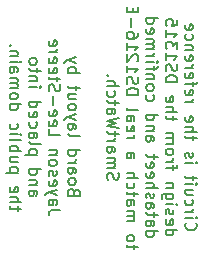
<source format=gbo>
%TF.GenerationSoftware,KiCad,Pcbnew,(5.1.9)-1*%
%TF.CreationDate,2021-02-22T17:40:15+08:00*%
%TF.ProjectId,SmartWatchRedux,536d6172-7457-4617-9463-685265647578,rev?*%
%TF.SameCoordinates,Original*%
%TF.FileFunction,Legend,Bot*%
%TF.FilePolarity,Positive*%
%FSLAX46Y46*%
G04 Gerber Fmt 4.6, Leading zero omitted, Abs format (unit mm)*
G04 Created by KiCad (PCBNEW (5.1.9)-1) date 2021-02-22 17:40:15*
%MOMM*%
%LPD*%
G01*
G04 APERTURE LIST*
%ADD10C,0.150000*%
G04 APERTURE END LIST*
D10*
X124542857Y-56355238D02*
X124495238Y-56402857D01*
X124447619Y-56545714D01*
X124447619Y-56640952D01*
X124495238Y-56783809D01*
X124590476Y-56879047D01*
X124685714Y-56926666D01*
X124876190Y-56974285D01*
X125019047Y-56974285D01*
X125209523Y-56926666D01*
X125304761Y-56879047D01*
X125400000Y-56783809D01*
X125447619Y-56640952D01*
X125447619Y-56545714D01*
X125400000Y-56402857D01*
X125352380Y-56355238D01*
X124447619Y-55926666D02*
X125114285Y-55926666D01*
X125447619Y-55926666D02*
X125400000Y-55974285D01*
X125352380Y-55926666D01*
X125400000Y-55879047D01*
X125447619Y-55926666D01*
X125352380Y-55926666D01*
X124447619Y-55450476D02*
X125114285Y-55450476D01*
X124923809Y-55450476D02*
X125019047Y-55402857D01*
X125066666Y-55355238D01*
X125114285Y-55260000D01*
X125114285Y-55164761D01*
X124495238Y-54402857D02*
X124447619Y-54498095D01*
X124447619Y-54688571D01*
X124495238Y-54783809D01*
X124542857Y-54831428D01*
X124638095Y-54879047D01*
X124923809Y-54879047D01*
X125019047Y-54831428D01*
X125066666Y-54783809D01*
X125114285Y-54688571D01*
X125114285Y-54498095D01*
X125066666Y-54402857D01*
X125114285Y-53545714D02*
X124447619Y-53545714D01*
X125114285Y-53974285D02*
X124590476Y-53974285D01*
X124495238Y-53926666D01*
X124447619Y-53831428D01*
X124447619Y-53688571D01*
X124495238Y-53593333D01*
X124542857Y-53545714D01*
X124447619Y-53069523D02*
X125114285Y-53069523D01*
X125447619Y-53069523D02*
X125400000Y-53117142D01*
X125352380Y-53069523D01*
X125400000Y-53021904D01*
X125447619Y-53069523D01*
X125352380Y-53069523D01*
X125114285Y-52736190D02*
X125114285Y-52355238D01*
X125447619Y-52593333D02*
X124590476Y-52593333D01*
X124495238Y-52545714D01*
X124447619Y-52450476D01*
X124447619Y-52355238D01*
X124447619Y-51260000D02*
X125114285Y-51260000D01*
X125447619Y-51260000D02*
X125400000Y-51307619D01*
X125352380Y-51260000D01*
X125400000Y-51212380D01*
X125447619Y-51260000D01*
X125352380Y-51260000D01*
X124495238Y-50831428D02*
X124447619Y-50736190D01*
X124447619Y-50545714D01*
X124495238Y-50450476D01*
X124590476Y-50402857D01*
X124638095Y-50402857D01*
X124733333Y-50450476D01*
X124780952Y-50545714D01*
X124780952Y-50688571D01*
X124828571Y-50783809D01*
X124923809Y-50831428D01*
X124971428Y-50831428D01*
X125066666Y-50783809D01*
X125114285Y-50688571D01*
X125114285Y-50545714D01*
X125066666Y-50450476D01*
X125114285Y-49355238D02*
X125114285Y-48974285D01*
X125447619Y-49212380D02*
X124590476Y-49212380D01*
X124495238Y-49164761D01*
X124447619Y-49069523D01*
X124447619Y-48974285D01*
X124447619Y-48640952D02*
X125447619Y-48640952D01*
X124447619Y-48212380D02*
X124971428Y-48212380D01*
X125066666Y-48260000D01*
X125114285Y-48355238D01*
X125114285Y-48498095D01*
X125066666Y-48593333D01*
X125019047Y-48640952D01*
X124495238Y-47355238D02*
X124447619Y-47450476D01*
X124447619Y-47640952D01*
X124495238Y-47736190D01*
X124590476Y-47783809D01*
X124971428Y-47783809D01*
X125066666Y-47736190D01*
X125114285Y-47640952D01*
X125114285Y-47450476D01*
X125066666Y-47355238D01*
X124971428Y-47307619D01*
X124876190Y-47307619D01*
X124780952Y-47783809D01*
X124447619Y-46117142D02*
X125114285Y-46117142D01*
X124923809Y-46117142D02*
X125019047Y-46069523D01*
X125066666Y-46021904D01*
X125114285Y-45926666D01*
X125114285Y-45831428D01*
X124495238Y-45117142D02*
X124447619Y-45212380D01*
X124447619Y-45402857D01*
X124495238Y-45498095D01*
X124590476Y-45545714D01*
X124971428Y-45545714D01*
X125066666Y-45498095D01*
X125114285Y-45402857D01*
X125114285Y-45212380D01*
X125066666Y-45117142D01*
X124971428Y-45069523D01*
X124876190Y-45069523D01*
X124780952Y-45545714D01*
X125114285Y-44783809D02*
X125114285Y-44402857D01*
X124447619Y-44640952D02*
X125304761Y-44640952D01*
X125400000Y-44593333D01*
X125447619Y-44498095D01*
X125447619Y-44402857D01*
X124495238Y-43688571D02*
X124447619Y-43783809D01*
X124447619Y-43974285D01*
X124495238Y-44069523D01*
X124590476Y-44117142D01*
X124971428Y-44117142D01*
X125066666Y-44069523D01*
X125114285Y-43974285D01*
X125114285Y-43783809D01*
X125066666Y-43688571D01*
X124971428Y-43640952D01*
X124876190Y-43640952D01*
X124780952Y-44117142D01*
X124447619Y-43212380D02*
X125114285Y-43212380D01*
X124923809Y-43212380D02*
X125019047Y-43164761D01*
X125066666Y-43117142D01*
X125114285Y-43021904D01*
X125114285Y-42926666D01*
X124495238Y-42212380D02*
X124447619Y-42307619D01*
X124447619Y-42498095D01*
X124495238Y-42593333D01*
X124590476Y-42640952D01*
X124971428Y-42640952D01*
X125066666Y-42593333D01*
X125114285Y-42498095D01*
X125114285Y-42307619D01*
X125066666Y-42212380D01*
X124971428Y-42164761D01*
X124876190Y-42164761D01*
X124780952Y-42640952D01*
X125114285Y-41736190D02*
X124447619Y-41736190D01*
X125019047Y-41736190D02*
X125066666Y-41688571D01*
X125114285Y-41593333D01*
X125114285Y-41450476D01*
X125066666Y-41355238D01*
X124971428Y-41307619D01*
X124447619Y-41307619D01*
X124495238Y-40402857D02*
X124447619Y-40498095D01*
X124447619Y-40688571D01*
X124495238Y-40783809D01*
X124542857Y-40831428D01*
X124638095Y-40879047D01*
X124923809Y-40879047D01*
X125019047Y-40831428D01*
X125066666Y-40783809D01*
X125114285Y-40688571D01*
X125114285Y-40498095D01*
X125066666Y-40402857D01*
X124495238Y-39593333D02*
X124447619Y-39688571D01*
X124447619Y-39879047D01*
X124495238Y-39974285D01*
X124590476Y-40021904D01*
X124971428Y-40021904D01*
X125066666Y-39974285D01*
X125114285Y-39879047D01*
X125114285Y-39688571D01*
X125066666Y-39593333D01*
X124971428Y-39545714D01*
X124876190Y-39545714D01*
X124780952Y-40021904D01*
X122797619Y-56926666D02*
X123797619Y-56926666D01*
X122845238Y-56926666D02*
X122797619Y-57021904D01*
X122797619Y-57212380D01*
X122845238Y-57307619D01*
X122892857Y-57355238D01*
X122988095Y-57402857D01*
X123273809Y-57402857D01*
X123369047Y-57355238D01*
X123416666Y-57307619D01*
X123464285Y-57212380D01*
X123464285Y-57021904D01*
X123416666Y-56926666D01*
X122845238Y-56069523D02*
X122797619Y-56164761D01*
X122797619Y-56355238D01*
X122845238Y-56450476D01*
X122940476Y-56498095D01*
X123321428Y-56498095D01*
X123416666Y-56450476D01*
X123464285Y-56355238D01*
X123464285Y-56164761D01*
X123416666Y-56069523D01*
X123321428Y-56021904D01*
X123226190Y-56021904D01*
X123130952Y-56498095D01*
X122845238Y-55640952D02*
X122797619Y-55545714D01*
X122797619Y-55355238D01*
X122845238Y-55260000D01*
X122940476Y-55212380D01*
X122988095Y-55212380D01*
X123083333Y-55260000D01*
X123130952Y-55355238D01*
X123130952Y-55498095D01*
X123178571Y-55593333D01*
X123273809Y-55640952D01*
X123321428Y-55640952D01*
X123416666Y-55593333D01*
X123464285Y-55498095D01*
X123464285Y-55355238D01*
X123416666Y-55260000D01*
X122797619Y-54783809D02*
X123464285Y-54783809D01*
X123797619Y-54783809D02*
X123750000Y-54831428D01*
X123702380Y-54783809D01*
X123750000Y-54736190D01*
X123797619Y-54783809D01*
X123702380Y-54783809D01*
X123464285Y-53879047D02*
X122654761Y-53879047D01*
X122559523Y-53926666D01*
X122511904Y-53974285D01*
X122464285Y-54069523D01*
X122464285Y-54212380D01*
X122511904Y-54307619D01*
X122845238Y-53879047D02*
X122797619Y-53974285D01*
X122797619Y-54164761D01*
X122845238Y-54260000D01*
X122892857Y-54307619D01*
X122988095Y-54355238D01*
X123273809Y-54355238D01*
X123369047Y-54307619D01*
X123416666Y-54260000D01*
X123464285Y-54164761D01*
X123464285Y-53974285D01*
X123416666Y-53879047D01*
X123464285Y-53402857D02*
X122797619Y-53402857D01*
X123369047Y-53402857D02*
X123416666Y-53355238D01*
X123464285Y-53260000D01*
X123464285Y-53117142D01*
X123416666Y-53021904D01*
X123321428Y-52974285D01*
X122797619Y-52974285D01*
X123464285Y-51879047D02*
X123464285Y-51498095D01*
X122797619Y-51736190D02*
X123654761Y-51736190D01*
X123750000Y-51688571D01*
X123797619Y-51593333D01*
X123797619Y-51498095D01*
X122797619Y-51164761D02*
X123464285Y-51164761D01*
X123273809Y-51164761D02*
X123369047Y-51117142D01*
X123416666Y-51069523D01*
X123464285Y-50974285D01*
X123464285Y-50879047D01*
X122797619Y-50402857D02*
X122845238Y-50498095D01*
X122892857Y-50545714D01*
X122988095Y-50593333D01*
X123273809Y-50593333D01*
X123369047Y-50545714D01*
X123416666Y-50498095D01*
X123464285Y-50402857D01*
X123464285Y-50260000D01*
X123416666Y-50164761D01*
X123369047Y-50117142D01*
X123273809Y-50069523D01*
X122988095Y-50069523D01*
X122892857Y-50117142D01*
X122845238Y-50164761D01*
X122797619Y-50260000D01*
X122797619Y-50402857D01*
X122797619Y-49640952D02*
X123464285Y-49640952D01*
X123369047Y-49640952D02*
X123416666Y-49593333D01*
X123464285Y-49498095D01*
X123464285Y-49355238D01*
X123416666Y-49260000D01*
X123321428Y-49212380D01*
X122797619Y-49212380D01*
X123321428Y-49212380D02*
X123416666Y-49164761D01*
X123464285Y-49069523D01*
X123464285Y-48926666D01*
X123416666Y-48831428D01*
X123321428Y-48783809D01*
X122797619Y-48783809D01*
X123464285Y-47688571D02*
X123464285Y-47307619D01*
X123797619Y-47545714D02*
X122940476Y-47545714D01*
X122845238Y-47498095D01*
X122797619Y-47402857D01*
X122797619Y-47307619D01*
X122797619Y-46974285D02*
X123797619Y-46974285D01*
X122797619Y-46545714D02*
X123321428Y-46545714D01*
X123416666Y-46593333D01*
X123464285Y-46688571D01*
X123464285Y-46831428D01*
X123416666Y-46926666D01*
X123369047Y-46974285D01*
X122845238Y-45688571D02*
X122797619Y-45783809D01*
X122797619Y-45974285D01*
X122845238Y-46069523D01*
X122940476Y-46117142D01*
X123321428Y-46117142D01*
X123416666Y-46069523D01*
X123464285Y-45974285D01*
X123464285Y-45783809D01*
X123416666Y-45688571D01*
X123321428Y-45640952D01*
X123226190Y-45640952D01*
X123130952Y-46117142D01*
X122797619Y-44450476D02*
X123797619Y-44450476D01*
X123797619Y-44212380D01*
X123750000Y-44069523D01*
X123654761Y-43974285D01*
X123559523Y-43926666D01*
X123369047Y-43879047D01*
X123226190Y-43879047D01*
X123035714Y-43926666D01*
X122940476Y-43974285D01*
X122845238Y-44069523D01*
X122797619Y-44212380D01*
X122797619Y-44450476D01*
X122845238Y-43498095D02*
X122797619Y-43355238D01*
X122797619Y-43117142D01*
X122845238Y-43021904D01*
X122892857Y-42974285D01*
X122988095Y-42926666D01*
X123083333Y-42926666D01*
X123178571Y-42974285D01*
X123226190Y-43021904D01*
X123273809Y-43117142D01*
X123321428Y-43307619D01*
X123369047Y-43402857D01*
X123416666Y-43450476D01*
X123511904Y-43498095D01*
X123607142Y-43498095D01*
X123702380Y-43450476D01*
X123750000Y-43402857D01*
X123797619Y-43307619D01*
X123797619Y-43069523D01*
X123750000Y-42926666D01*
X122797619Y-41974285D02*
X122797619Y-42545714D01*
X122797619Y-42260000D02*
X123797619Y-42260000D01*
X123654761Y-42355238D01*
X123559523Y-42450476D01*
X123511904Y-42545714D01*
X123797619Y-41640952D02*
X123797619Y-41021904D01*
X123416666Y-41355238D01*
X123416666Y-41212380D01*
X123369047Y-41117142D01*
X123321428Y-41069523D01*
X123226190Y-41021904D01*
X122988095Y-41021904D01*
X122892857Y-41069523D01*
X122845238Y-41117142D01*
X122797619Y-41212380D01*
X122797619Y-41498095D01*
X122845238Y-41593333D01*
X122892857Y-41640952D01*
X122797619Y-40069523D02*
X122797619Y-40640952D01*
X122797619Y-40355238D02*
X123797619Y-40355238D01*
X123654761Y-40450476D01*
X123559523Y-40545714D01*
X123511904Y-40640952D01*
X123797619Y-39164761D02*
X123797619Y-39640952D01*
X123321428Y-39688571D01*
X123369047Y-39640952D01*
X123416666Y-39545714D01*
X123416666Y-39307619D01*
X123369047Y-39212380D01*
X123321428Y-39164761D01*
X123226190Y-39117142D01*
X122988095Y-39117142D01*
X122892857Y-39164761D01*
X122845238Y-39212380D01*
X122797619Y-39307619D01*
X122797619Y-39545714D01*
X122845238Y-39640952D01*
X122892857Y-39688571D01*
X121147619Y-57069523D02*
X122147619Y-57069523D01*
X121195238Y-57069523D02*
X121147619Y-57164761D01*
X121147619Y-57355238D01*
X121195238Y-57450476D01*
X121242857Y-57498095D01*
X121338095Y-57545714D01*
X121623809Y-57545714D01*
X121719047Y-57498095D01*
X121766666Y-57450476D01*
X121814285Y-57355238D01*
X121814285Y-57164761D01*
X121766666Y-57069523D01*
X121147619Y-56164761D02*
X121671428Y-56164761D01*
X121766666Y-56212380D01*
X121814285Y-56307619D01*
X121814285Y-56498095D01*
X121766666Y-56593333D01*
X121195238Y-56164761D02*
X121147619Y-56260000D01*
X121147619Y-56498095D01*
X121195238Y-56593333D01*
X121290476Y-56640952D01*
X121385714Y-56640952D01*
X121480952Y-56593333D01*
X121528571Y-56498095D01*
X121528571Y-56260000D01*
X121576190Y-56164761D01*
X121814285Y-55831428D02*
X121814285Y-55450476D01*
X122147619Y-55688571D02*
X121290476Y-55688571D01*
X121195238Y-55640952D01*
X121147619Y-55545714D01*
X121147619Y-55450476D01*
X121147619Y-54688571D02*
X121671428Y-54688571D01*
X121766666Y-54736190D01*
X121814285Y-54831428D01*
X121814285Y-55021904D01*
X121766666Y-55117142D01*
X121195238Y-54688571D02*
X121147619Y-54783809D01*
X121147619Y-55021904D01*
X121195238Y-55117142D01*
X121290476Y-55164761D01*
X121385714Y-55164761D01*
X121480952Y-55117142D01*
X121528571Y-55021904D01*
X121528571Y-54783809D01*
X121576190Y-54688571D01*
X121195238Y-54260000D02*
X121147619Y-54164761D01*
X121147619Y-53974285D01*
X121195238Y-53879047D01*
X121290476Y-53831428D01*
X121338095Y-53831428D01*
X121433333Y-53879047D01*
X121480952Y-53974285D01*
X121480952Y-54117142D01*
X121528571Y-54212380D01*
X121623809Y-54260000D01*
X121671428Y-54260000D01*
X121766666Y-54212380D01*
X121814285Y-54117142D01*
X121814285Y-53974285D01*
X121766666Y-53879047D01*
X121147619Y-53402857D02*
X122147619Y-53402857D01*
X121147619Y-52974285D02*
X121671428Y-52974285D01*
X121766666Y-53021904D01*
X121814285Y-53117142D01*
X121814285Y-53260000D01*
X121766666Y-53355238D01*
X121719047Y-53402857D01*
X121195238Y-52117142D02*
X121147619Y-52212380D01*
X121147619Y-52402857D01*
X121195238Y-52498095D01*
X121290476Y-52545714D01*
X121671428Y-52545714D01*
X121766666Y-52498095D01*
X121814285Y-52402857D01*
X121814285Y-52212380D01*
X121766666Y-52117142D01*
X121671428Y-52069523D01*
X121576190Y-52069523D01*
X121480952Y-52545714D01*
X121195238Y-51260000D02*
X121147619Y-51355238D01*
X121147619Y-51545714D01*
X121195238Y-51640952D01*
X121290476Y-51688571D01*
X121671428Y-51688571D01*
X121766666Y-51640952D01*
X121814285Y-51545714D01*
X121814285Y-51355238D01*
X121766666Y-51260000D01*
X121671428Y-51212380D01*
X121576190Y-51212380D01*
X121480952Y-51688571D01*
X121814285Y-50926666D02*
X121814285Y-50545714D01*
X122147619Y-50783809D02*
X121290476Y-50783809D01*
X121195238Y-50736190D01*
X121147619Y-50640952D01*
X121147619Y-50545714D01*
X121147619Y-49021904D02*
X121671428Y-49021904D01*
X121766666Y-49069523D01*
X121814285Y-49164761D01*
X121814285Y-49355238D01*
X121766666Y-49450476D01*
X121195238Y-49021904D02*
X121147619Y-49117142D01*
X121147619Y-49355238D01*
X121195238Y-49450476D01*
X121290476Y-49498095D01*
X121385714Y-49498095D01*
X121480952Y-49450476D01*
X121528571Y-49355238D01*
X121528571Y-49117142D01*
X121576190Y-49021904D01*
X121814285Y-48545714D02*
X121147619Y-48545714D01*
X121719047Y-48545714D02*
X121766666Y-48498095D01*
X121814285Y-48402857D01*
X121814285Y-48260000D01*
X121766666Y-48164761D01*
X121671428Y-48117142D01*
X121147619Y-48117142D01*
X121147619Y-47212380D02*
X122147619Y-47212380D01*
X121195238Y-47212380D02*
X121147619Y-47307619D01*
X121147619Y-47498095D01*
X121195238Y-47593333D01*
X121242857Y-47640952D01*
X121338095Y-47688571D01*
X121623809Y-47688571D01*
X121719047Y-47640952D01*
X121766666Y-47593333D01*
X121814285Y-47498095D01*
X121814285Y-47307619D01*
X121766666Y-47212380D01*
X121195238Y-45545714D02*
X121147619Y-45640952D01*
X121147619Y-45831428D01*
X121195238Y-45926666D01*
X121242857Y-45974285D01*
X121338095Y-46021904D01*
X121623809Y-46021904D01*
X121719047Y-45974285D01*
X121766666Y-45926666D01*
X121814285Y-45831428D01*
X121814285Y-45640952D01*
X121766666Y-45545714D01*
X121147619Y-44974285D02*
X121195238Y-45069523D01*
X121242857Y-45117142D01*
X121338095Y-45164761D01*
X121623809Y-45164761D01*
X121719047Y-45117142D01*
X121766666Y-45069523D01*
X121814285Y-44974285D01*
X121814285Y-44831428D01*
X121766666Y-44736190D01*
X121719047Y-44688571D01*
X121623809Y-44640952D01*
X121338095Y-44640952D01*
X121242857Y-44688571D01*
X121195238Y-44736190D01*
X121147619Y-44831428D01*
X121147619Y-44974285D01*
X121814285Y-44212380D02*
X121147619Y-44212380D01*
X121719047Y-44212380D02*
X121766666Y-44164761D01*
X121814285Y-44069523D01*
X121814285Y-43926666D01*
X121766666Y-43831428D01*
X121671428Y-43783809D01*
X121147619Y-43783809D01*
X121814285Y-43450476D02*
X121814285Y-43069523D01*
X121147619Y-43307619D02*
X122004761Y-43307619D01*
X122100000Y-43260000D01*
X122147619Y-43164761D01*
X122147619Y-43069523D01*
X121147619Y-42736190D02*
X121814285Y-42736190D01*
X122147619Y-42736190D02*
X122100000Y-42783809D01*
X122052380Y-42736190D01*
X122100000Y-42688571D01*
X122147619Y-42736190D01*
X122052380Y-42736190D01*
X121147619Y-42260000D02*
X121814285Y-42260000D01*
X121623809Y-42260000D02*
X121719047Y-42212380D01*
X121766666Y-42164761D01*
X121814285Y-42069523D01*
X121814285Y-41974285D01*
X121147619Y-41640952D02*
X121814285Y-41640952D01*
X121719047Y-41640952D02*
X121766666Y-41593333D01*
X121814285Y-41498095D01*
X121814285Y-41355238D01*
X121766666Y-41260000D01*
X121671428Y-41212380D01*
X121147619Y-41212380D01*
X121671428Y-41212380D02*
X121766666Y-41164761D01*
X121814285Y-41069523D01*
X121814285Y-40926666D01*
X121766666Y-40831428D01*
X121671428Y-40783809D01*
X121147619Y-40783809D01*
X121195238Y-39926666D02*
X121147619Y-40021904D01*
X121147619Y-40212380D01*
X121195238Y-40307619D01*
X121290476Y-40355238D01*
X121671428Y-40355238D01*
X121766666Y-40307619D01*
X121814285Y-40212380D01*
X121814285Y-40021904D01*
X121766666Y-39926666D01*
X121671428Y-39879047D01*
X121576190Y-39879047D01*
X121480952Y-40355238D01*
X121147619Y-39021904D02*
X122147619Y-39021904D01*
X121195238Y-39021904D02*
X121147619Y-39117142D01*
X121147619Y-39307619D01*
X121195238Y-39402857D01*
X121242857Y-39450476D01*
X121338095Y-39498095D01*
X121623809Y-39498095D01*
X121719047Y-39450476D01*
X121766666Y-39402857D01*
X121814285Y-39307619D01*
X121814285Y-39117142D01*
X121766666Y-39021904D01*
X120164285Y-58569523D02*
X120164285Y-58188571D01*
X120497619Y-58426666D02*
X119640476Y-58426666D01*
X119545238Y-58379047D01*
X119497619Y-58283809D01*
X119497619Y-58188571D01*
X119497619Y-57712380D02*
X119545238Y-57807619D01*
X119592857Y-57855238D01*
X119688095Y-57902857D01*
X119973809Y-57902857D01*
X120069047Y-57855238D01*
X120116666Y-57807619D01*
X120164285Y-57712380D01*
X120164285Y-57569523D01*
X120116666Y-57474285D01*
X120069047Y-57426666D01*
X119973809Y-57379047D01*
X119688095Y-57379047D01*
X119592857Y-57426666D01*
X119545238Y-57474285D01*
X119497619Y-57569523D01*
X119497619Y-57712380D01*
X119497619Y-56188571D02*
X120164285Y-56188571D01*
X120069047Y-56188571D02*
X120116666Y-56140952D01*
X120164285Y-56045714D01*
X120164285Y-55902857D01*
X120116666Y-55807619D01*
X120021428Y-55760000D01*
X119497619Y-55760000D01*
X120021428Y-55760000D02*
X120116666Y-55712380D01*
X120164285Y-55617142D01*
X120164285Y-55474285D01*
X120116666Y-55379047D01*
X120021428Y-55331428D01*
X119497619Y-55331428D01*
X119497619Y-54426666D02*
X120021428Y-54426666D01*
X120116666Y-54474285D01*
X120164285Y-54569523D01*
X120164285Y-54760000D01*
X120116666Y-54855238D01*
X119545238Y-54426666D02*
X119497619Y-54521904D01*
X119497619Y-54760000D01*
X119545238Y-54855238D01*
X119640476Y-54902857D01*
X119735714Y-54902857D01*
X119830952Y-54855238D01*
X119878571Y-54760000D01*
X119878571Y-54521904D01*
X119926190Y-54426666D01*
X120164285Y-54093333D02*
X120164285Y-53712380D01*
X120497619Y-53950476D02*
X119640476Y-53950476D01*
X119545238Y-53902857D01*
X119497619Y-53807619D01*
X119497619Y-53712380D01*
X119545238Y-52950476D02*
X119497619Y-53045714D01*
X119497619Y-53236190D01*
X119545238Y-53331428D01*
X119592857Y-53379047D01*
X119688095Y-53426666D01*
X119973809Y-53426666D01*
X120069047Y-53379047D01*
X120116666Y-53331428D01*
X120164285Y-53236190D01*
X120164285Y-53045714D01*
X120116666Y-52950476D01*
X119497619Y-52521904D02*
X120497619Y-52521904D01*
X119497619Y-52093333D02*
X120021428Y-52093333D01*
X120116666Y-52140952D01*
X120164285Y-52236190D01*
X120164285Y-52379047D01*
X120116666Y-52474285D01*
X120069047Y-52521904D01*
X119497619Y-50426666D02*
X120021428Y-50426666D01*
X120116666Y-50474285D01*
X120164285Y-50569523D01*
X120164285Y-50760000D01*
X120116666Y-50855238D01*
X119545238Y-50426666D02*
X119497619Y-50521904D01*
X119497619Y-50760000D01*
X119545238Y-50855238D01*
X119640476Y-50902857D01*
X119735714Y-50902857D01*
X119830952Y-50855238D01*
X119878571Y-50760000D01*
X119878571Y-50521904D01*
X119926190Y-50426666D01*
X119497619Y-49188571D02*
X120164285Y-49188571D01*
X119973809Y-49188571D02*
X120069047Y-49140952D01*
X120116666Y-49093333D01*
X120164285Y-48998095D01*
X120164285Y-48902857D01*
X119545238Y-48188571D02*
X119497619Y-48283809D01*
X119497619Y-48474285D01*
X119545238Y-48569523D01*
X119640476Y-48617142D01*
X120021428Y-48617142D01*
X120116666Y-48569523D01*
X120164285Y-48474285D01*
X120164285Y-48283809D01*
X120116666Y-48188571D01*
X120021428Y-48140952D01*
X119926190Y-48140952D01*
X119830952Y-48617142D01*
X119497619Y-47283809D02*
X120021428Y-47283809D01*
X120116666Y-47331428D01*
X120164285Y-47426666D01*
X120164285Y-47617142D01*
X120116666Y-47712380D01*
X119545238Y-47283809D02*
X119497619Y-47379047D01*
X119497619Y-47617142D01*
X119545238Y-47712380D01*
X119640476Y-47760000D01*
X119735714Y-47760000D01*
X119830952Y-47712380D01*
X119878571Y-47617142D01*
X119878571Y-47379047D01*
X119926190Y-47283809D01*
X119497619Y-46664761D02*
X119545238Y-46760000D01*
X119640476Y-46807619D01*
X120497619Y-46807619D01*
X119497619Y-45521904D02*
X120497619Y-45521904D01*
X120497619Y-45283809D01*
X120450000Y-45140952D01*
X120354761Y-45045714D01*
X120259523Y-44998095D01*
X120069047Y-44950476D01*
X119926190Y-44950476D01*
X119735714Y-44998095D01*
X119640476Y-45045714D01*
X119545238Y-45140952D01*
X119497619Y-45283809D01*
X119497619Y-45521904D01*
X119545238Y-44569523D02*
X119497619Y-44426666D01*
X119497619Y-44188571D01*
X119545238Y-44093333D01*
X119592857Y-44045714D01*
X119688095Y-43998095D01*
X119783333Y-43998095D01*
X119878571Y-44045714D01*
X119926190Y-44093333D01*
X119973809Y-44188571D01*
X120021428Y-44379047D01*
X120069047Y-44474285D01*
X120116666Y-44521904D01*
X120211904Y-44569523D01*
X120307142Y-44569523D01*
X120402380Y-44521904D01*
X120450000Y-44474285D01*
X120497619Y-44379047D01*
X120497619Y-44140952D01*
X120450000Y-43998095D01*
X119497619Y-43045714D02*
X119497619Y-43617142D01*
X119497619Y-43331428D02*
X120497619Y-43331428D01*
X120354761Y-43426666D01*
X120259523Y-43521904D01*
X120211904Y-43617142D01*
X120402380Y-42664761D02*
X120450000Y-42617142D01*
X120497619Y-42521904D01*
X120497619Y-42283809D01*
X120450000Y-42188571D01*
X120402380Y-42140952D01*
X120307142Y-42093333D01*
X120211904Y-42093333D01*
X120069047Y-42140952D01*
X119497619Y-42712380D01*
X119497619Y-42093333D01*
X119497619Y-41140952D02*
X119497619Y-41712380D01*
X119497619Y-41426666D02*
X120497619Y-41426666D01*
X120354761Y-41521904D01*
X120259523Y-41617142D01*
X120211904Y-41712380D01*
X120497619Y-40283809D02*
X120497619Y-40474285D01*
X120450000Y-40569523D01*
X120402380Y-40617142D01*
X120259523Y-40712380D01*
X120069047Y-40760000D01*
X119688095Y-40760000D01*
X119592857Y-40712380D01*
X119545238Y-40664761D01*
X119497619Y-40569523D01*
X119497619Y-40379047D01*
X119545238Y-40283809D01*
X119592857Y-40236190D01*
X119688095Y-40188571D01*
X119926190Y-40188571D01*
X120021428Y-40236190D01*
X120069047Y-40283809D01*
X120116666Y-40379047D01*
X120116666Y-40569523D01*
X120069047Y-40664761D01*
X120021428Y-40712380D01*
X119926190Y-40760000D01*
X119878571Y-39760000D02*
X119878571Y-38998095D01*
X120021428Y-38521904D02*
X120021428Y-38188571D01*
X119497619Y-38045714D02*
X119497619Y-38521904D01*
X120497619Y-38521904D01*
X120497619Y-38045714D01*
X117895238Y-52688571D02*
X117847619Y-52545714D01*
X117847619Y-52307619D01*
X117895238Y-52212380D01*
X117942857Y-52164761D01*
X118038095Y-52117142D01*
X118133333Y-52117142D01*
X118228571Y-52164761D01*
X118276190Y-52212380D01*
X118323809Y-52307619D01*
X118371428Y-52498095D01*
X118419047Y-52593333D01*
X118466666Y-52640952D01*
X118561904Y-52688571D01*
X118657142Y-52688571D01*
X118752380Y-52640952D01*
X118800000Y-52593333D01*
X118847619Y-52498095D01*
X118847619Y-52260000D01*
X118800000Y-52117142D01*
X117847619Y-51688571D02*
X118514285Y-51688571D01*
X118419047Y-51688571D02*
X118466666Y-51640952D01*
X118514285Y-51545714D01*
X118514285Y-51402857D01*
X118466666Y-51307619D01*
X118371428Y-51260000D01*
X117847619Y-51260000D01*
X118371428Y-51260000D02*
X118466666Y-51212380D01*
X118514285Y-51117142D01*
X118514285Y-50974285D01*
X118466666Y-50879047D01*
X118371428Y-50831428D01*
X117847619Y-50831428D01*
X117847619Y-49926666D02*
X118371428Y-49926666D01*
X118466666Y-49974285D01*
X118514285Y-50069523D01*
X118514285Y-50260000D01*
X118466666Y-50355238D01*
X117895238Y-49926666D02*
X117847619Y-50021904D01*
X117847619Y-50260000D01*
X117895238Y-50355238D01*
X117990476Y-50402857D01*
X118085714Y-50402857D01*
X118180952Y-50355238D01*
X118228571Y-50260000D01*
X118228571Y-50021904D01*
X118276190Y-49926666D01*
X117847619Y-49450476D02*
X118514285Y-49450476D01*
X118323809Y-49450476D02*
X118419047Y-49402857D01*
X118466666Y-49355238D01*
X118514285Y-49260000D01*
X118514285Y-49164761D01*
X118514285Y-48974285D02*
X118514285Y-48593333D01*
X118847619Y-48831428D02*
X117990476Y-48831428D01*
X117895238Y-48783809D01*
X117847619Y-48688571D01*
X117847619Y-48593333D01*
X118847619Y-48355238D02*
X117847619Y-48117142D01*
X118561904Y-47926666D01*
X117847619Y-47736190D01*
X118847619Y-47498095D01*
X117847619Y-46688571D02*
X118371428Y-46688571D01*
X118466666Y-46736190D01*
X118514285Y-46831428D01*
X118514285Y-47021904D01*
X118466666Y-47117142D01*
X117895238Y-46688571D02*
X117847619Y-46783809D01*
X117847619Y-47021904D01*
X117895238Y-47117142D01*
X117990476Y-47164761D01*
X118085714Y-47164761D01*
X118180952Y-47117142D01*
X118228571Y-47021904D01*
X118228571Y-46783809D01*
X118276190Y-46688571D01*
X118514285Y-46355238D02*
X118514285Y-45974285D01*
X118847619Y-46212380D02*
X117990476Y-46212380D01*
X117895238Y-46164761D01*
X117847619Y-46069523D01*
X117847619Y-45974285D01*
X117895238Y-45212380D02*
X117847619Y-45307619D01*
X117847619Y-45498095D01*
X117895238Y-45593333D01*
X117942857Y-45640952D01*
X118038095Y-45688571D01*
X118323809Y-45688571D01*
X118419047Y-45640952D01*
X118466666Y-45593333D01*
X118514285Y-45498095D01*
X118514285Y-45307619D01*
X118466666Y-45212380D01*
X117847619Y-44783809D02*
X118847619Y-44783809D01*
X117847619Y-44355238D02*
X118371428Y-44355238D01*
X118466666Y-44402857D01*
X118514285Y-44498095D01*
X118514285Y-44640952D01*
X118466666Y-44736190D01*
X118419047Y-44783809D01*
X117942857Y-43879047D02*
X117895238Y-43831428D01*
X117847619Y-43879047D01*
X117895238Y-43926666D01*
X117942857Y-43879047D01*
X117847619Y-43879047D01*
X115071428Y-53736190D02*
X115023809Y-53593333D01*
X114976190Y-53545714D01*
X114880952Y-53498095D01*
X114738095Y-53498095D01*
X114642857Y-53545714D01*
X114595238Y-53593333D01*
X114547619Y-53688571D01*
X114547619Y-54069523D01*
X115547619Y-54069523D01*
X115547619Y-53736190D01*
X115500000Y-53640952D01*
X115452380Y-53593333D01*
X115357142Y-53545714D01*
X115261904Y-53545714D01*
X115166666Y-53593333D01*
X115119047Y-53640952D01*
X115071428Y-53736190D01*
X115071428Y-54069523D01*
X114547619Y-52926666D02*
X114595238Y-53021904D01*
X114642857Y-53069523D01*
X114738095Y-53117142D01*
X115023809Y-53117142D01*
X115119047Y-53069523D01*
X115166666Y-53021904D01*
X115214285Y-52926666D01*
X115214285Y-52783809D01*
X115166666Y-52688571D01*
X115119047Y-52640952D01*
X115023809Y-52593333D01*
X114738095Y-52593333D01*
X114642857Y-52640952D01*
X114595238Y-52688571D01*
X114547619Y-52783809D01*
X114547619Y-52926666D01*
X114547619Y-51736190D02*
X115071428Y-51736190D01*
X115166666Y-51783809D01*
X115214285Y-51879047D01*
X115214285Y-52069523D01*
X115166666Y-52164761D01*
X114595238Y-51736190D02*
X114547619Y-51831428D01*
X114547619Y-52069523D01*
X114595238Y-52164761D01*
X114690476Y-52212380D01*
X114785714Y-52212380D01*
X114880952Y-52164761D01*
X114928571Y-52069523D01*
X114928571Y-51831428D01*
X114976190Y-51736190D01*
X114547619Y-51260000D02*
X115214285Y-51260000D01*
X115023809Y-51260000D02*
X115119047Y-51212380D01*
X115166666Y-51164761D01*
X115214285Y-51069523D01*
X115214285Y-50974285D01*
X114547619Y-50212380D02*
X115547619Y-50212380D01*
X114595238Y-50212380D02*
X114547619Y-50307619D01*
X114547619Y-50498095D01*
X114595238Y-50593333D01*
X114642857Y-50640952D01*
X114738095Y-50688571D01*
X115023809Y-50688571D01*
X115119047Y-50640952D01*
X115166666Y-50593333D01*
X115214285Y-50498095D01*
X115214285Y-50307619D01*
X115166666Y-50212380D01*
X114547619Y-48831428D02*
X114595238Y-48926666D01*
X114690476Y-48974285D01*
X115547619Y-48974285D01*
X114547619Y-48021904D02*
X115071428Y-48021904D01*
X115166666Y-48069523D01*
X115214285Y-48164761D01*
X115214285Y-48355238D01*
X115166666Y-48450476D01*
X114595238Y-48021904D02*
X114547619Y-48117142D01*
X114547619Y-48355238D01*
X114595238Y-48450476D01*
X114690476Y-48498095D01*
X114785714Y-48498095D01*
X114880952Y-48450476D01*
X114928571Y-48355238D01*
X114928571Y-48117142D01*
X114976190Y-48021904D01*
X115214285Y-47640952D02*
X114547619Y-47402857D01*
X115214285Y-47164761D02*
X114547619Y-47402857D01*
X114309523Y-47498095D01*
X114261904Y-47545714D01*
X114214285Y-47640952D01*
X114547619Y-46640952D02*
X114595238Y-46736190D01*
X114642857Y-46783809D01*
X114738095Y-46831428D01*
X115023809Y-46831428D01*
X115119047Y-46783809D01*
X115166666Y-46736190D01*
X115214285Y-46640952D01*
X115214285Y-46498095D01*
X115166666Y-46402857D01*
X115119047Y-46355238D01*
X115023809Y-46307619D01*
X114738095Y-46307619D01*
X114642857Y-46355238D01*
X114595238Y-46402857D01*
X114547619Y-46498095D01*
X114547619Y-46640952D01*
X115214285Y-45450476D02*
X114547619Y-45450476D01*
X115214285Y-45879047D02*
X114690476Y-45879047D01*
X114595238Y-45831428D01*
X114547619Y-45736190D01*
X114547619Y-45593333D01*
X114595238Y-45498095D01*
X114642857Y-45450476D01*
X115214285Y-45117142D02*
X115214285Y-44736190D01*
X115547619Y-44974285D02*
X114690476Y-44974285D01*
X114595238Y-44926666D01*
X114547619Y-44831428D01*
X114547619Y-44736190D01*
X114547619Y-43640952D02*
X115547619Y-43640952D01*
X115166666Y-43640952D02*
X115214285Y-43545714D01*
X115214285Y-43355238D01*
X115166666Y-43260000D01*
X115119047Y-43212380D01*
X115023809Y-43164761D01*
X114738095Y-43164761D01*
X114642857Y-43212380D01*
X114595238Y-43260000D01*
X114547619Y-43355238D01*
X114547619Y-43545714D01*
X114595238Y-43640952D01*
X115214285Y-42831428D02*
X114547619Y-42593333D01*
X115214285Y-42355238D02*
X114547619Y-42593333D01*
X114309523Y-42688571D01*
X114261904Y-42736190D01*
X114214285Y-42831428D01*
X113897619Y-55307619D02*
X113183333Y-55307619D01*
X113040476Y-55355238D01*
X112945238Y-55450476D01*
X112897619Y-55593333D01*
X112897619Y-55688571D01*
X112897619Y-54402857D02*
X113421428Y-54402857D01*
X113516666Y-54450476D01*
X113564285Y-54545714D01*
X113564285Y-54736190D01*
X113516666Y-54831428D01*
X112945238Y-54402857D02*
X112897619Y-54498095D01*
X112897619Y-54736190D01*
X112945238Y-54831428D01*
X113040476Y-54879047D01*
X113135714Y-54879047D01*
X113230952Y-54831428D01*
X113278571Y-54736190D01*
X113278571Y-54498095D01*
X113326190Y-54402857D01*
X113564285Y-54021904D02*
X112897619Y-53783809D01*
X113564285Y-53545714D02*
X112897619Y-53783809D01*
X112659523Y-53879047D01*
X112611904Y-53926666D01*
X112564285Y-54021904D01*
X112945238Y-52783809D02*
X112897619Y-52879047D01*
X112897619Y-53069523D01*
X112945238Y-53164761D01*
X113040476Y-53212380D01*
X113421428Y-53212380D01*
X113516666Y-53164761D01*
X113564285Y-53069523D01*
X113564285Y-52879047D01*
X113516666Y-52783809D01*
X113421428Y-52736190D01*
X113326190Y-52736190D01*
X113230952Y-53212380D01*
X112945238Y-52355238D02*
X112897619Y-52260000D01*
X112897619Y-52069523D01*
X112945238Y-51974285D01*
X113040476Y-51926666D01*
X113088095Y-51926666D01*
X113183333Y-51974285D01*
X113230952Y-52069523D01*
X113230952Y-52212380D01*
X113278571Y-52307619D01*
X113373809Y-52355238D01*
X113421428Y-52355238D01*
X113516666Y-52307619D01*
X113564285Y-52212380D01*
X113564285Y-52069523D01*
X113516666Y-51974285D01*
X112897619Y-51355238D02*
X112945238Y-51450476D01*
X112992857Y-51498095D01*
X113088095Y-51545714D01*
X113373809Y-51545714D01*
X113469047Y-51498095D01*
X113516666Y-51450476D01*
X113564285Y-51355238D01*
X113564285Y-51212380D01*
X113516666Y-51117142D01*
X113469047Y-51069523D01*
X113373809Y-51021904D01*
X113088095Y-51021904D01*
X112992857Y-51069523D01*
X112945238Y-51117142D01*
X112897619Y-51212380D01*
X112897619Y-51355238D01*
X113564285Y-50593333D02*
X112897619Y-50593333D01*
X113469047Y-50593333D02*
X113516666Y-50545714D01*
X113564285Y-50450476D01*
X113564285Y-50307619D01*
X113516666Y-50212380D01*
X113421428Y-50164761D01*
X112897619Y-50164761D01*
X112897619Y-48450476D02*
X112897619Y-48926666D01*
X113897619Y-48926666D01*
X112945238Y-47736190D02*
X112897619Y-47831428D01*
X112897619Y-48021904D01*
X112945238Y-48117142D01*
X113040476Y-48164761D01*
X113421428Y-48164761D01*
X113516666Y-48117142D01*
X113564285Y-48021904D01*
X113564285Y-47831428D01*
X113516666Y-47736190D01*
X113421428Y-47688571D01*
X113326190Y-47688571D01*
X113230952Y-48164761D01*
X112945238Y-46879047D02*
X112897619Y-46974285D01*
X112897619Y-47164761D01*
X112945238Y-47260000D01*
X113040476Y-47307619D01*
X113421428Y-47307619D01*
X113516666Y-47260000D01*
X113564285Y-47164761D01*
X113564285Y-46974285D01*
X113516666Y-46879047D01*
X113421428Y-46831428D01*
X113326190Y-46831428D01*
X113230952Y-47307619D01*
X113278571Y-46402857D02*
X113278571Y-45640952D01*
X112945238Y-45212380D02*
X112897619Y-45069523D01*
X112897619Y-44831428D01*
X112945238Y-44736190D01*
X112992857Y-44688571D01*
X113088095Y-44640952D01*
X113183333Y-44640952D01*
X113278571Y-44688571D01*
X113326190Y-44736190D01*
X113373809Y-44831428D01*
X113421428Y-45021904D01*
X113469047Y-45117142D01*
X113516666Y-45164761D01*
X113611904Y-45212380D01*
X113707142Y-45212380D01*
X113802380Y-45164761D01*
X113850000Y-45117142D01*
X113897619Y-45021904D01*
X113897619Y-44783809D01*
X113850000Y-44640952D01*
X113564285Y-44355238D02*
X113564285Y-43974285D01*
X113897619Y-44212380D02*
X113040476Y-44212380D01*
X112945238Y-44164761D01*
X112897619Y-44069523D01*
X112897619Y-43974285D01*
X112945238Y-43260000D02*
X112897619Y-43355238D01*
X112897619Y-43545714D01*
X112945238Y-43640952D01*
X113040476Y-43688571D01*
X113421428Y-43688571D01*
X113516666Y-43640952D01*
X113564285Y-43545714D01*
X113564285Y-43355238D01*
X113516666Y-43260000D01*
X113421428Y-43212380D01*
X113326190Y-43212380D01*
X113230952Y-43688571D01*
X112945238Y-42402857D02*
X112897619Y-42498095D01*
X112897619Y-42688571D01*
X112945238Y-42783809D01*
X113040476Y-42831428D01*
X113421428Y-42831428D01*
X113516666Y-42783809D01*
X113564285Y-42688571D01*
X113564285Y-42498095D01*
X113516666Y-42402857D01*
X113421428Y-42355238D01*
X113326190Y-42355238D01*
X113230952Y-42831428D01*
X112897619Y-41926666D02*
X113564285Y-41926666D01*
X113373809Y-41926666D02*
X113469047Y-41879047D01*
X113516666Y-41831428D01*
X113564285Y-41736190D01*
X113564285Y-41640952D01*
X112945238Y-40926666D02*
X112897619Y-41021904D01*
X112897619Y-41212380D01*
X112945238Y-41307619D01*
X113040476Y-41355238D01*
X113421428Y-41355238D01*
X113516666Y-41307619D01*
X113564285Y-41212380D01*
X113564285Y-41021904D01*
X113516666Y-40926666D01*
X113421428Y-40879047D01*
X113326190Y-40879047D01*
X113230952Y-41355238D01*
X111247619Y-53617142D02*
X111771428Y-53617142D01*
X111866666Y-53664761D01*
X111914285Y-53760000D01*
X111914285Y-53950476D01*
X111866666Y-54045714D01*
X111295238Y-53617142D02*
X111247619Y-53712380D01*
X111247619Y-53950476D01*
X111295238Y-54045714D01*
X111390476Y-54093333D01*
X111485714Y-54093333D01*
X111580952Y-54045714D01*
X111628571Y-53950476D01*
X111628571Y-53712380D01*
X111676190Y-53617142D01*
X111914285Y-53140952D02*
X111247619Y-53140952D01*
X111819047Y-53140952D02*
X111866666Y-53093333D01*
X111914285Y-52998095D01*
X111914285Y-52855238D01*
X111866666Y-52760000D01*
X111771428Y-52712380D01*
X111247619Y-52712380D01*
X111247619Y-51807619D02*
X112247619Y-51807619D01*
X111295238Y-51807619D02*
X111247619Y-51902857D01*
X111247619Y-52093333D01*
X111295238Y-52188571D01*
X111342857Y-52236190D01*
X111438095Y-52283809D01*
X111723809Y-52283809D01*
X111819047Y-52236190D01*
X111866666Y-52188571D01*
X111914285Y-52093333D01*
X111914285Y-51902857D01*
X111866666Y-51807619D01*
X111914285Y-50569523D02*
X110914285Y-50569523D01*
X111866666Y-50569523D02*
X111914285Y-50474285D01*
X111914285Y-50283809D01*
X111866666Y-50188571D01*
X111819047Y-50140952D01*
X111723809Y-50093333D01*
X111438095Y-50093333D01*
X111342857Y-50140952D01*
X111295238Y-50188571D01*
X111247619Y-50283809D01*
X111247619Y-50474285D01*
X111295238Y-50569523D01*
X111247619Y-49521904D02*
X111295238Y-49617142D01*
X111390476Y-49664761D01*
X112247619Y-49664761D01*
X111247619Y-48712380D02*
X111771428Y-48712380D01*
X111866666Y-48760000D01*
X111914285Y-48855238D01*
X111914285Y-49045714D01*
X111866666Y-49140952D01*
X111295238Y-48712380D02*
X111247619Y-48807619D01*
X111247619Y-49045714D01*
X111295238Y-49140952D01*
X111390476Y-49188571D01*
X111485714Y-49188571D01*
X111580952Y-49140952D01*
X111628571Y-49045714D01*
X111628571Y-48807619D01*
X111676190Y-48712380D01*
X111295238Y-47807619D02*
X111247619Y-47902857D01*
X111247619Y-48093333D01*
X111295238Y-48188571D01*
X111342857Y-48236190D01*
X111438095Y-48283809D01*
X111723809Y-48283809D01*
X111819047Y-48236190D01*
X111866666Y-48188571D01*
X111914285Y-48093333D01*
X111914285Y-47902857D01*
X111866666Y-47807619D01*
X111295238Y-46998095D02*
X111247619Y-47093333D01*
X111247619Y-47283809D01*
X111295238Y-47379047D01*
X111390476Y-47426666D01*
X111771428Y-47426666D01*
X111866666Y-47379047D01*
X111914285Y-47283809D01*
X111914285Y-47093333D01*
X111866666Y-46998095D01*
X111771428Y-46950476D01*
X111676190Y-46950476D01*
X111580952Y-47426666D01*
X111247619Y-46093333D02*
X112247619Y-46093333D01*
X111295238Y-46093333D02*
X111247619Y-46188571D01*
X111247619Y-46379047D01*
X111295238Y-46474285D01*
X111342857Y-46521904D01*
X111438095Y-46569523D01*
X111723809Y-46569523D01*
X111819047Y-46521904D01*
X111866666Y-46474285D01*
X111914285Y-46379047D01*
X111914285Y-46188571D01*
X111866666Y-46093333D01*
X111247619Y-44855238D02*
X111914285Y-44855238D01*
X112247619Y-44855238D02*
X112200000Y-44902857D01*
X112152380Y-44855238D01*
X112200000Y-44807619D01*
X112247619Y-44855238D01*
X112152380Y-44855238D01*
X111914285Y-44379047D02*
X111247619Y-44379047D01*
X111819047Y-44379047D02*
X111866666Y-44331428D01*
X111914285Y-44236190D01*
X111914285Y-44093333D01*
X111866666Y-43998095D01*
X111771428Y-43950476D01*
X111247619Y-43950476D01*
X111914285Y-43617142D02*
X111914285Y-43236190D01*
X112247619Y-43474285D02*
X111390476Y-43474285D01*
X111295238Y-43426666D01*
X111247619Y-43331428D01*
X111247619Y-43236190D01*
X111247619Y-42760000D02*
X111295238Y-42855238D01*
X111342857Y-42902857D01*
X111438095Y-42950476D01*
X111723809Y-42950476D01*
X111819047Y-42902857D01*
X111866666Y-42855238D01*
X111914285Y-42760000D01*
X111914285Y-42617142D01*
X111866666Y-42521904D01*
X111819047Y-42474285D01*
X111723809Y-42426666D01*
X111438095Y-42426666D01*
X111342857Y-42474285D01*
X111295238Y-42521904D01*
X111247619Y-42617142D01*
X111247619Y-42760000D01*
X110264285Y-55331428D02*
X110264285Y-54950476D01*
X110597619Y-55188571D02*
X109740476Y-55188571D01*
X109645238Y-55140952D01*
X109597619Y-55045714D01*
X109597619Y-54950476D01*
X109597619Y-54617142D02*
X110597619Y-54617142D01*
X109597619Y-54188571D02*
X110121428Y-54188571D01*
X110216666Y-54236190D01*
X110264285Y-54331428D01*
X110264285Y-54474285D01*
X110216666Y-54569523D01*
X110169047Y-54617142D01*
X109645238Y-53331428D02*
X109597619Y-53426666D01*
X109597619Y-53617142D01*
X109645238Y-53712380D01*
X109740476Y-53760000D01*
X110121428Y-53760000D01*
X110216666Y-53712380D01*
X110264285Y-53617142D01*
X110264285Y-53426666D01*
X110216666Y-53331428D01*
X110121428Y-53283809D01*
X110026190Y-53283809D01*
X109930952Y-53760000D01*
X110264285Y-52093333D02*
X109264285Y-52093333D01*
X110216666Y-52093333D02*
X110264285Y-51998095D01*
X110264285Y-51807619D01*
X110216666Y-51712380D01*
X110169047Y-51664761D01*
X110073809Y-51617142D01*
X109788095Y-51617142D01*
X109692857Y-51664761D01*
X109645238Y-51712380D01*
X109597619Y-51807619D01*
X109597619Y-51998095D01*
X109645238Y-52093333D01*
X110264285Y-50760000D02*
X109597619Y-50760000D01*
X110264285Y-51188571D02*
X109740476Y-51188571D01*
X109645238Y-51140952D01*
X109597619Y-51045714D01*
X109597619Y-50902857D01*
X109645238Y-50807619D01*
X109692857Y-50760000D01*
X109597619Y-50283809D02*
X110597619Y-50283809D01*
X110216666Y-50283809D02*
X110264285Y-50188571D01*
X110264285Y-49998095D01*
X110216666Y-49902857D01*
X110169047Y-49855238D01*
X110073809Y-49807619D01*
X109788095Y-49807619D01*
X109692857Y-49855238D01*
X109645238Y-49902857D01*
X109597619Y-49998095D01*
X109597619Y-50188571D01*
X109645238Y-50283809D01*
X109597619Y-49236190D02*
X109645238Y-49331428D01*
X109740476Y-49379047D01*
X110597619Y-49379047D01*
X109597619Y-48855238D02*
X110264285Y-48855238D01*
X110597619Y-48855238D02*
X110550000Y-48902857D01*
X110502380Y-48855238D01*
X110550000Y-48807619D01*
X110597619Y-48855238D01*
X110502380Y-48855238D01*
X109645238Y-47950476D02*
X109597619Y-48045714D01*
X109597619Y-48236190D01*
X109645238Y-48331428D01*
X109692857Y-48379047D01*
X109788095Y-48426666D01*
X110073809Y-48426666D01*
X110169047Y-48379047D01*
X110216666Y-48331428D01*
X110264285Y-48236190D01*
X110264285Y-48045714D01*
X110216666Y-47950476D01*
X109597619Y-46331428D02*
X110597619Y-46331428D01*
X109645238Y-46331428D02*
X109597619Y-46426666D01*
X109597619Y-46617142D01*
X109645238Y-46712380D01*
X109692857Y-46760000D01*
X109788095Y-46807619D01*
X110073809Y-46807619D01*
X110169047Y-46760000D01*
X110216666Y-46712380D01*
X110264285Y-46617142D01*
X110264285Y-46426666D01*
X110216666Y-46331428D01*
X109597619Y-45712380D02*
X109645238Y-45807619D01*
X109692857Y-45855238D01*
X109788095Y-45902857D01*
X110073809Y-45902857D01*
X110169047Y-45855238D01*
X110216666Y-45807619D01*
X110264285Y-45712380D01*
X110264285Y-45569523D01*
X110216666Y-45474285D01*
X110169047Y-45426666D01*
X110073809Y-45379047D01*
X109788095Y-45379047D01*
X109692857Y-45426666D01*
X109645238Y-45474285D01*
X109597619Y-45569523D01*
X109597619Y-45712380D01*
X109597619Y-44950476D02*
X110264285Y-44950476D01*
X110169047Y-44950476D02*
X110216666Y-44902857D01*
X110264285Y-44807619D01*
X110264285Y-44664761D01*
X110216666Y-44569523D01*
X110121428Y-44521904D01*
X109597619Y-44521904D01*
X110121428Y-44521904D02*
X110216666Y-44474285D01*
X110264285Y-44379047D01*
X110264285Y-44236190D01*
X110216666Y-44140952D01*
X110121428Y-44093333D01*
X109597619Y-44093333D01*
X109597619Y-43188571D02*
X110121428Y-43188571D01*
X110216666Y-43236190D01*
X110264285Y-43331428D01*
X110264285Y-43521904D01*
X110216666Y-43617142D01*
X109645238Y-43188571D02*
X109597619Y-43283809D01*
X109597619Y-43521904D01*
X109645238Y-43617142D01*
X109740476Y-43664761D01*
X109835714Y-43664761D01*
X109930952Y-43617142D01*
X109978571Y-43521904D01*
X109978571Y-43283809D01*
X110026190Y-43188571D01*
X109597619Y-42712380D02*
X110264285Y-42712380D01*
X110597619Y-42712380D02*
X110550000Y-42760000D01*
X110502380Y-42712380D01*
X110550000Y-42664761D01*
X110597619Y-42712380D01*
X110502380Y-42712380D01*
X110264285Y-42236190D02*
X109597619Y-42236190D01*
X110169047Y-42236190D02*
X110216666Y-42188571D01*
X110264285Y-42093333D01*
X110264285Y-41950476D01*
X110216666Y-41855238D01*
X110121428Y-41807619D01*
X109597619Y-41807619D01*
X109692857Y-41331428D02*
X109645238Y-41283809D01*
X109597619Y-41331428D01*
X109645238Y-41379047D01*
X109692857Y-41331428D01*
X109597619Y-41331428D01*
M02*

</source>
